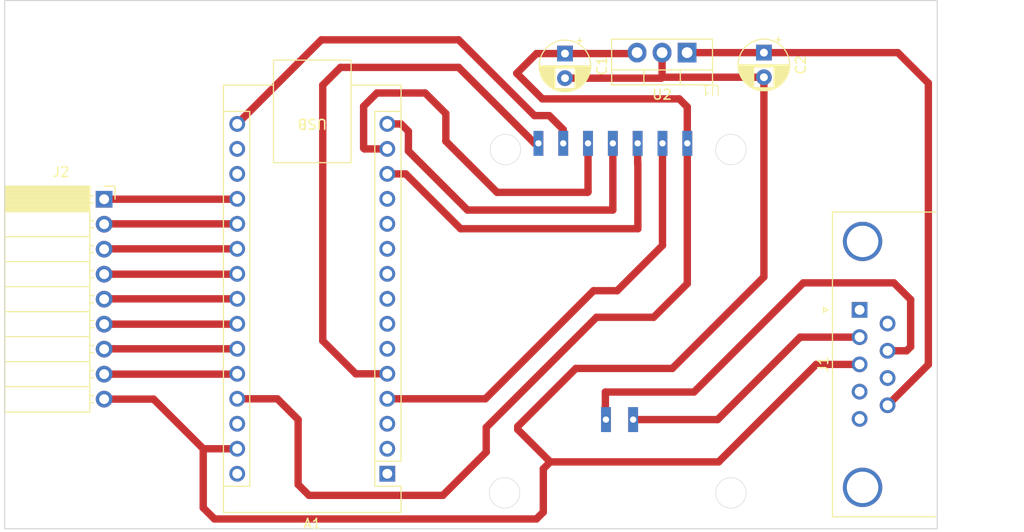
<source format=kicad_pcb>
(kicad_pcb (version 20221018) (generator pcbnew)
  (layers (0 "F.Cu" signal) (31 "B.Cu" signal) (34 "B.Paste" user) (35 "F.Paste" user) (36 "B.SilkS" user "B.Silkscreen") (37 "F.SilkS" user "F.Silkscreen") (38 "B.Mask" user) (39 "F.Mask" user) (44 "Edge.Cuts" user))
  (net 0 "")
  (net 4 "Net-(A1-D2)")
  (net 12 "Net-(A1-D10)")
  (net 13 "Net-(A1-D11)")
  (net 14 "Net-(A1-D12)")
  (net 15 "Net-(A1-D13)")
  (net 18 "Net-(A1-A0)")
  (net 19 "Net-(A1-A1)")
  (net 20 "Net-(A1-A2)")
  (net 21 "Net-(A1-A3)")
  (net 22 "Net-(A1-A4)")
  (net 23 "Net-(A1-A5)")
  (net 24 "Net-(A1-A6)")
  (net 25 "Net-(A1-A7)")
  (net 26 "Net-(A1-+5V)")
  (net 29 "Net-(U2-IN)")
  (net 31 "Net-(U1-CAN_L)")
  (net 35 "Net-(U1-CAN_H)")
  (net 37 "Net-(J2-Pin_9)")
  (net 38 "Net-(U1-GND)")
  (footprint "Package_TO_SOT_THT:TO-220-3_Vertical" (layer "F.Cu") (at 139.4 55.3 180)
    (fp_text reference "U2" (at 2.54 -4.27) (layer "F.SilkS"))
    (fp_text value "L7805")
    (fp_line (start -2.58 -3.27) (end -2.58 1.371) (stroke (width 0.12)) (layer "F.SilkS"))
    (fp_line (start -2.58 -3.27) (end 7.66 -3.27) (stroke (width 0.12)) (layer "F.SilkS"))
    (fp_line (start -2.58 -1.76) (end 7.66 -1.76) (stroke (width 0.12)) (layer "F.SilkS"))
    (fp_line (start -2.58 1.371) (end 7.66 1.371) (stroke (width 0.12)) (layer "F.SilkS"))
    (fp_line (start 0.69 -3.27) (end 0.69 -1.76) (stroke (width 0.12)) (layer "F.SilkS"))
    (fp_line (start 4.391 -3.27) (end 4.391 -1.76) (stroke (width 0.12)) (layer "F.SilkS"))
    (fp_line (start 7.66 -3.27) (end 7.66 1.371) (stroke (width 0.12)) (layer "F.SilkS"))
    (pad "1" thru_hole rect (at 0 0 180) (size 1.905 2) (drill 1.1) (layers "*.Cu" "*.Mask") (net 29 "Net-(U2-IN)"))
    (pad "2" thru_hole oval (at 2.54 0 180) (size 1.905 2) (drill 1.1) (layers "*.Cu" "*.Mask") (net 37 "Net-(J2-Pin_9)"))
    (pad "3" thru_hole oval (at 5.08 0 180) (size 1.905 2) (drill 1.1) (layers "*.Cu" "*.Mask") (net 26 "Net-(A1-+5V)"))
  )
  (footprint "Connector_Dsub:DSUB-9_Female_Horizontal_P2.77x2.84mm_EdgePinOffset4.94mm_Housed_MountingHolesOffset7.48mm" (layer "F.Cu") (at 156.919669 81.45 90)
    (fp_text reference "J1" (at -5.54 -3.7 90) (layer "F.SilkS"))
    (fp_text value "DE9_Plug")
    (fp_line (start -21.025 -2.76) (end 9.945 -2.76) (stroke (width 0.12)) (layer "F.SilkS"))
    (fp_line (start -21.025 7.72) (end -21.025 -2.76) (stroke (width 0.12)) (layer "F.SilkS"))
    (fp_line (start -0.25 -3.654338) (end 0.25 -3.654338) (stroke (width 0.12)) (layer "F.SilkS"))
    (fp_line (start 0 -3.221325) (end -0.25 -3.654338) (stroke (width 0.12)) (layer "F.SilkS"))
    (fp_line (start 0.25 -3.654338) (end 0 -3.221325) (stroke (width 0.12)) (layer "F.SilkS"))
    (fp_line (start 9.945 -2.76) (end 9.945 7.72) (stroke (width 0.12)) (layer "F.SilkS"))
    (pad "0" thru_hole circle (at -18.04 0.3 90) (size 4 4) (drill 3.2) (layers "*.Cu" "*.Mask"))
    (pad "0" thru_hole circle (at 6.96 0.3 90) (size 4 4) (drill 3.2) (layers "*.Cu" "*.Mask"))
    (pad "1" thru_hole rect (at 0 0 90) (size 1.6 1.6) (drill 1) (layers "*.Cu" "*.Mask"))
    (pad "2" thru_hole circle (at -2.77 0 90) (size 1.6 1.6) (drill 1) (layers "*.Cu" "*.Mask") (net 31 "Net-(U1-CAN_L)"))
    (pad "3" thru_hole circle (at -5.54 0 90) (size 1.6 1.6) (drill 1) (layers "*.Cu" "*.Mask") (net 37 "Net-(J2-Pin_9)"))
    (pad "4" thru_hole circle (at -8.31 0 90) (size 1.6 1.6) (drill 1) (layers "*.Cu" "*.Mask"))
    (pad "5" thru_hole circle (at -11.08 0 90) (size 1.6 1.6) (drill 1) (layers "*.Cu" "*.Mask"))
    (pad "6" thru_hole circle (at -1.385 2.84 90) (size 1.6 1.6) (drill 1) (layers "*.Cu" "*.Mask"))
    (pad "7" thru_hole circle (at -4.155 2.84 90) (size 1.6 1.6) (drill 1) (layers "*.Cu" "*.Mask") (net 35 "Net-(U1-CAN_H)"))
    (pad "8" thru_hole circle (at -6.925 2.84 90) (size 1.6 1.6) (drill 1) (layers "*.Cu" "*.Mask"))
    (pad "9" thru_hole circle (at -9.695 2.84 90) (size 1.6 1.6) (drill 1) (layers "*.Cu" "*.Mask") (net 29 "Net-(U2-IN)"))
  )
  (footprint "Connector_PinSocket_2.54mm:PinSocket_1x09_P2.54mm_Horizontal" (layer "F.Cu") (at 80.2 70.2)
    (fp_text reference "J2" (at -4.38 -2.77) (layer "F.SilkS"))
    (fp_text value "Conn_01x09")
    (fp_line (start -10.09 -1.33) (end -10.09 21.65) (stroke (width 0.12)) (layer "F.SilkS"))
    (fp_line (start -10.09 -1.33) (end -1.46 -1.33) (stroke (width 0.12)) (layer "F.SilkS"))
    (fp_line (start -10.09 -1.21) (end -1.46 -1.21) (stroke (width 0.12)) (layer "F.SilkS"))
    (fp_line (start -10.09 -1.091905) (end -1.46 -1.091905) (stroke (width 0.12)) (layer "F.SilkS"))
    (fp_line (start -10.09 -0.97381) (end -1.46 -0.97381) (stroke (width 0.12)) (layer "F.SilkS"))
    (fp_line (start -10.09 -0.855715) (end -1.46 -0.855715) (stroke (width 0.12)) (layer "F.SilkS"))
    (fp_line (start -10.09 -0.73762) (end -1.46 -0.73762) (stroke (width 0.12)) (layer "F.SilkS"))
    (fp_line (start -10.09 -0.619525) (end -1.46 -0.619525) (stroke (width 0.12)) (layer "F.SilkS"))
    (fp_line (start -10.09 -0.50143) (end -1.46 -0.50143) (stroke (width 0.12)) (layer "F.SilkS"))
    (fp_line (start -10.09 -0.383335) (end -1.46 -0.383335) (stroke (width 0.12)) (layer "F.SilkS"))
    (fp_line (start -10.09 -0.26524) (end -1.46 -0.26524) (stroke (width 0.12)) (layer "F.SilkS"))
    (fp_line (start -10.09 -0.147145) (end -1.46 -0.147145) (stroke (width 0.12)) (layer "F.SilkS"))
    (fp_line (start -10.09 -0.02905) (end -1.46 -0.02905) (stroke (width 0.12)) (layer "F.SilkS"))
    (fp_line (start -10.09 0.089045) (end -1.46 0.089045) (stroke (width 0.12)) (layer "F.SilkS"))
    (fp_line (start -10.09 0.20714) (end -1.46 0.20714) (stroke (width 0.12)) (layer "F.SilkS"))
    (fp_line (start -10.09 0.325235) (end -1.46 0.325235) (stroke (width 0.12)) (layer "F.SilkS"))
    (fp_line (start -10.09 0.44333) (end -1.46 0.44333) (stroke (width 0.12)) (layer "F.SilkS"))
    (fp_line (start -10.09 0.561425) (end -1.46 0.561425) (stroke (width 0.12)) (layer "F.SilkS"))
    (fp_line (start -10.09 0.67952) (end -1.46 0.67952) (stroke (width 0.12)) (layer "F.SilkS"))
    (fp_line (start -10.09 0.797615) (end -1.46 0.797615) (stroke (width 0.12)) (layer "F.SilkS"))
    (fp_line (start -10.09 0.91571) (end -1.46 0.91571) (stroke (width 0.12)) (layer "F.SilkS"))
    (fp_line (start -10.09 1.033805) (end -1.46 1.033805) (stroke (width 0.12)) (layer "F.SilkS"))
    (fp_line (start -10.09 1.1519) (end -1.46 1.1519) (stroke (width 0.12)) (layer "F.SilkS"))
    (fp_line (start -10.09 1.27) (end -1.46 1.27) (stroke (width 0.12)) (layer "F.SilkS"))
    (fp_line (start -10.09 3.81) (end -1.46 3.81) (stroke (width 0.12)) (layer "F.SilkS"))
    (fp_line (start -10.09 6.35) (end -1.46 6.35) (stroke (width 0.12)) (layer "F.SilkS"))
    (fp_line (start -10.09 8.89) (end -1.46 8.89) (stroke (width 0.12)) (layer "F.SilkS"))
    (fp_line (start -10.09 11.43) (end -1.46 11.43) (stroke (width 0.12)) (layer "F.SilkS"))
    (fp_line (start -10.09 13.97) (end -1.46 13.97) (stroke (width 0.12)) (layer "F.SilkS"))
    (fp_line (start -10.09 16.51) (end -1.46 16.51) (stroke (width 0.12)) (layer "F.SilkS"))
    (fp_line (start -10.09 19.05) (end -1.46 19.05) (stroke (width 0.12)) (layer "F.SilkS"))
    (fp_line (start -10.09 21.65) (end -1.46 21.65) (stroke (width 0.12)) (layer "F.SilkS"))
    (fp_line (start -1.46 -1.33) (end -1.46 21.65) (stroke (width 0.12)) (layer "F.SilkS"))
    (fp_line (start -1.46 -0.36) (end -1.11 -0.36) (stroke (width 0.12)) (layer "F.SilkS"))
    (fp_line (start -1.46 0.36) (end -1.11 0.36) (stroke (width 0.12)) (layer "F.SilkS"))
    (fp_line (start -1.46 2.18) (end -1.05 2.18) (stroke (width 0.12)) (layer "F.SilkS"))
    (fp_line (start -1.46 2.9) (end -1.05 2.9) (stroke (width 0.12)) (layer "F.SilkS"))
    (fp_line (start -1.46 4.72) (end -1.05 4.72) (stroke (width 0.12)) (layer "F.SilkS"))
    (fp_line (start -1.46 5.44) (end -1.05 5.44) (stroke (width 0.12)) (layer "F.SilkS"))
    (fp_line (start -1.46 7.26) (end -1.05 7.26) (stroke (width 0.12)) (layer "F.SilkS"))
    (fp_line (start -1.46 7.98) (end -1.05 7.98) (stroke (width 0.12)) (layer "F.SilkS"))
    (fp_line (start -1.46 9.8) (end -1.05 9.8) (stroke (width 0.12)) (layer "F.SilkS"))
    (fp_line (start -1.46 10.52) (end -1.05 10.52) (stroke (width 0.12)) (layer "F.SilkS"))
    (fp_line (start -1.46 12.34) (end -1.05 12.34) (stroke (width 0.12)) (layer "F.SilkS"))
    (fp_line (start -1.46 13.06) (end -1.05 13.06) (stroke (width 0.12)) (layer "F.SilkS"))
    (fp_line (start -1.46 14.88) (end -1.05 14.88) (stroke (width 0.12)) (layer "F.SilkS"))
    (fp_line (start -1.46 15.6) (end -1.05 15.6) (stroke (width 0.12)) (layer "F.SilkS"))
    (fp_line (start -1.46 17.42) (end -1.05 17.42) (stroke (width 0.12)) (layer "F.SilkS"))
    (fp_line (start -1.46 18.14) (end -1.05 18.14) (stroke (width 0.12)) (layer "F.SilkS"))
    (fp_line (start -1.46 19.96) (end -1.05 19.96) (stroke (width 0.12)) (layer "F.SilkS"))
    (fp_line (start -1.46 20.68) (end -1.05 20.68) (stroke (width 0.12)) (layer "F.SilkS"))
    (fp_line (start 0 -1.33) (end 1.11 -1.33) (stroke (width 0.12)) (layer "F.SilkS"))
    (fp_line (start 1.11 -1.33) (end 1.11 0) (stroke (width 0.12)) (layer "F.SilkS"))
    (pad "1" thru_hole rect (at 0 0) (size 1.7 1.7) (drill 1) (layers "*.Cu" "*.Mask") (net 18 "Net-(A1-A0)"))
    (pad "2" thru_hole oval (at 0 2.54) (size 1.7 1.7) (drill 1) (layers "*.Cu" "*.Mask") (net 19 "Net-(A1-A1)"))
    (pad "3" thru_hole oval (at 0 5.08) (size 1.7 1.7) (drill 1) (layers "*.Cu" "*.Mask") (net 20 "Net-(A1-A2)"))
    (pad "4" thru_hole oval (at 0 7.62) (size 1.7 1.7) (drill 1) (layers "*.Cu" "*.Mask") (net 21 "Net-(A1-A3)"))
    (pad "5" thru_hole oval (at 0 10.16) (size 1.7 1.7) (drill 1) (layers "*.Cu" "*.Mask") (net 22 "Net-(A1-A4)"))
    (pad "6" thru_hole oval (at 0 12.7) (size 1.7 1.7) (drill 1) (layers "*.Cu" "*.Mask") (net 23 "Net-(A1-A5)"))
    (pad "7" thru_hole oval (at 0 15.24) (size 1.7 1.7) (drill 1) (layers "*.Cu" "*.Mask") (net 24 "Net-(A1-A6)"))
    (pad "8" thru_hole oval (at 0 17.78) (size 1.7 1.7) (drill 1) (layers "*.Cu" "*.Mask") (net 25 "Net-(A1-A7)"))
    (pad "9" thru_hole oval (at 0 20.32) (size 1.7 1.7) (drill 1) (layers "*.Cu" "*.Mask") (net 37 "Net-(J2-Pin_9)"))
  )
  (footprint "Capacitor_THT:CP_Radial_D5.0mm_P2.50mm" (layer "F.Cu") (at 127 55.394888 -90)
    (fp_text reference "C1" (at 1.25 -3.75 90) (layer "F.SilkS"))
    (fp_text value ".1uf")
    (fp_line (start -1.554775 -1.475) (end -1.054775 -1.475) (stroke (width 0.12)) (layer "F.SilkS"))
    (fp_line (start -1.304775 -1.725) (end -1.304775 -1.225) (stroke (width 0.12)) (layer "F.SilkS"))
    (fp_line (start 1.25 -2.58) (end 1.25 2.58) (stroke (width 0.12)) (layer "F.SilkS"))
    (fp_line (start 1.29 -2.58) (end 1.29 2.58) (stroke (width 0.12)) (layer "F.SilkS"))
    (fp_line (start 1.33 -2.579) (end 1.33 2.579) (stroke (width 0.12)) (layer "F.SilkS"))
    (fp_line (start 1.37 -2.578) (end 1.37 2.578) (stroke (width 0.12)) (layer "F.SilkS"))
    (fp_line (start 1.41 -2.576) (end 1.41 2.576) (stroke (width 0.12)) (layer "F.SilkS"))
    (fp_line (start 1.45 -2.573) (end 1.45 2.573) (stroke (width 0.12)) (layer "F.SilkS"))
    (fp_line (start 1.49 -2.569) (end 1.49 -1.04) (stroke (width 0.12)) (layer "F.SilkS"))
    (fp_line (start 1.49 1.04) (end 1.49 2.569) (stroke (width 0.12)) (layer "F.SilkS"))
    (fp_line (start 1.53 -2.565) (end 1.53 -1.04) (stroke (width 0.12)) (layer "F.SilkS"))
    (fp_line (start 1.53 1.04) (end 1.53 2.565) (stroke (width 0.12)) (layer "F.SilkS"))
    (fp_line (start 1.57 -2.561) (end 1.57 -1.04) (stroke (width 0.12)) (layer "F.SilkS"))
    (fp_line (start 1.57 1.04) (end 1.57 2.561) (stroke (width 0.12)) (layer "F.SilkS"))
    (fp_line (start 1.61 -2.556) (end 1.61 -1.04) (stroke (width 0.12)) (layer "F.SilkS"))
    (fp_line (start 1.61 1.04) (end 1.61 2.556) (stroke (width 0.12)) (layer "F.SilkS"))
    (fp_line (start 1.65 -2.55) (end 1.65 -1.04) (stroke (width 0.12)) (layer "F.SilkS"))
    (fp_line (start 1.65 1.04) (end 1.65 2.55) (stroke (width 0.12)) (layer "F.SilkS"))
    (fp_line (start 1.69 -2.543) (end 1.69 -1.04) (stroke (width 0.12)) (layer "F.SilkS"))
    (fp_line (start 1.69 1.04) (end 1.69 2.543) (stroke (width 0.12)) (layer "F.SilkS"))
    (fp_line (start 1.73 -2.536) (end 1.73 -1.04) (stroke (width 0.12)) (layer "F.SilkS"))
    (fp_line (start 1.73 1.04) (end 1.73 2.536) (stroke (width 0.12)) (layer "F.SilkS"))
    (fp_line (start 1.77 -2.528) (end 1.77 -1.04) (stroke (width 0.12)) (layer "F.SilkS"))
    (fp_line (start 1.77 1.04) (end 1.77 2.528) (stroke (width 0.12)) (layer "F.SilkS"))
    (fp_line (start 1.81 -2.52) (end 1.81 -1.04) (stroke (width 0.12)) (layer "F.SilkS"))
    (fp_line (start 1.81 1.04) (end 1.81 2.52) (stroke (width 0.12)) (layer "F.SilkS"))
    (fp_line (start 1.85 -2.511) (end 1.85 -1.04) (stroke (width 0.12)) (layer "F.SilkS"))
    (fp_line (start 1.85 1.04) (end 1.85 2.511) (stroke (width 0.12)) (layer "F.SilkS"))
    (fp_line (start 1.89 -2.501) (end 1.89 -1.04) (stroke (width 0.12)) (layer "F.SilkS"))
    (fp_line (start 1.89 1.04) (end 1.89 2.501) (stroke (width 0.12)) (layer "F.SilkS"))
    (fp_line (start 1.93 -2.491) (end 1.93 -1.04) (stroke (width 0.12)) (layer "F.SilkS"))
    (fp_line (start 1.93 1.04) (end 1.93 2.491) (stroke (width 0.12)) (layer "F.SilkS"))
    (fp_line (start 1.971 -2.48) (end 1.971 -1.04) (stroke (width 0.12)) (layer "F.SilkS"))
    (fp_line (start 1.971 1.04) (end 1.971 2.48) (stroke (width 0.12)) (layer "F.SilkS"))
    (fp_line (start 2.011 -2.468) (end 2.011 -1.04) (stroke (width 0.12)) (layer "F.SilkS"))
    (fp_line (start 2.011 1.04) (end 2.011 2.468) (stroke (width 0.12)) (layer "F.SilkS"))
    (fp_line (start 2.051 -2.455) (end 2.051 -1.04) (stroke (width 0.12)) (layer "F.SilkS"))
    (fp_line (start 2.051 1.04) (end 2.051 2.455) (stroke (width 0.12)) (layer "F.SilkS"))
    (fp_line (start 2.091 -2.442) (end 2.091 -1.04) (stroke (width 0.12)) (layer "F.SilkS"))
    (fp_line (start 2.091 1.04) (end 2.091 2.442) (stroke (width 0.12)) (layer "F.SilkS"))
    (fp_line (start 2.131 -2.428) (end 2.131 -1.04) (stroke (width 0.12)) (layer "F.SilkS"))
    (fp_line (start 2.131 1.04) (end 2.131 2.428) (stroke (width 0.12)) (layer "F.SilkS"))
    (fp_line (start 2.171 -2.414) (end 2.171 -1.04) (stroke (width 0.12)) (layer "F.SilkS"))
    (fp_line (start 2.171 1.04) (end 2.171 2.414) (stroke (width 0.12)) (layer "F.SilkS"))
    (fp_line (start 2.211 -2.398) (end 2.211 -1.04) (stroke (width 0.12)) (layer "F.SilkS"))
    (fp_line (start 2.211 1.04) (end 2.211 2.398) (stroke (width 0.12)) (layer "F.SilkS"))
    (fp_line (start 2.251 -2.382) (end 2.251 -1.04) (stroke (width 0.12)) (layer "F.SilkS"))
    (fp_line (start 2.251 1.04) (end 2.251 2.382) (stroke (width 0.12)) (layer "F.SilkS"))
    (fp_line (start 2.291 -2.365) (end 2.291 -1.04) (stroke (width 0.12)) (layer "F.SilkS"))
    (fp_line (start 2.291 1.04) (end 2.291 2.365) (stroke (width 0.12)) (layer "F.SilkS"))
    (fp_line (start 2.331 -2.348) (end 2.331 -1.04) (stroke (width 0.12)) (layer "F.SilkS"))
    (fp_line (start 2.331 1.04) (end 2.331 2.348) (stroke (width 0.12)) (layer "F.SilkS"))
    (fp_line (start 2.371 -2.329) (end 2.371 -1.04) (stroke (width 0.12)) (layer "F.SilkS"))
    (fp_line (start 2.371 1.04) (end 2.371 2.329) (stroke (width 0.12)) (layer "F.SilkS"))
    (fp_line (start 2.411 -2.31) (end 2.411 -1.04) (stroke (width 0.12)) (layer "F.SilkS"))
    (fp_line (start 2.411 1.04) (end 2.411 2.31) (stroke (width 0.12)) (layer "F.SilkS"))
    (fp_line (start 2.451 -2.29) (end 2.451 -1.04) (stroke (width 0.12)) (layer "F.SilkS"))
    (fp_line (start 2.451 1.04) (end 2.451 2.29) (stroke (width 0.12)) (layer "F.SilkS"))
    (fp_line (start 2.491 -2.268) (end 2.491 -1.04) (stroke (width 0.12)) (layer "F.SilkS"))
    (fp_line (start 2.491 1.04) (end 2.491 2.268) (stroke (width 0.12)) (layer "F.SilkS"))
    (fp_line (start 2.531 -2.247) (end 2.531 -1.04) (stroke (width 0.12)) (layer "F.SilkS"))
    (fp_line (start 2.531 1.04) (end 2.531 2.247) (stroke (width 0.12)) (layer "F.SilkS"))
    (fp_line (start 2.571 -2.224) (end 2.571 -1.04) (stroke (width 0.12)) (layer "F.SilkS"))
    (fp_line (start 2.571 1.04) (end 2.571 2.224) (stroke (width 0.12)) (layer "F.SilkS"))
    (fp_line (start 2.611 -2.2) (end 2.611 -1.04) (stroke (width 0.12)) (layer "F.SilkS"))
    (fp_line (start 2.611 1.04) (end 2.611 2.2) (stroke (width 0.12)) (layer "F.SilkS"))
    (fp_line (start 2.651 -2.175) (end 2.651 -1.04) (stroke (width 0.12)) (layer "F.SilkS"))
    (fp_line (start 2.651 1.04) (end 2.651 2.175) (stroke (width 0.12)) (layer "F.SilkS"))
    (fp_line (start 2.691 -2.149) (end 2.691 -1.04) (stroke (width 0.12)) (layer "F.SilkS"))
    (fp_line (start 2.691 1.04) (end 2.691 2.149) (stroke (width 0.12)) (layer "F.SilkS"))
    (fp_line (start 2.731 -2.122) (end 2.731 -1.04) (stroke (width 0.12)) (layer "F.SilkS"))
    (fp_line (start 2.731 1.04) (end 2.731 2.122) (stroke (width 0.12)) (layer "F.SilkS"))
    (fp_line (start 2.771 -2.095) (end 2.771 -1.04) (stroke (width 0.12)) (layer "F.SilkS"))
    (fp_line (start 2.771 1.04) (end 2.771 2.095) (stroke (width 0.12)) (layer "F.SilkS"))
    (fp_line (start 2.811 -2.065) (end 2.811 -1.04) (stroke (width 0.12)) (layer "F.SilkS"))
    (fp_line (start 2.811 1.04) (end 2.811 2.065) (stroke (width 0.12)) (layer "F.SilkS"))
    (fp_line (start 2.851 -2.035) (end 2.851 -1.04) (stroke (width 0.12)) (layer "F.SilkS"))
    (fp_line (start 2.851 1.04) (end 2.851 2.035) (stroke (width 0.12)) (layer "F.SilkS"))
    (fp_line (start 2.891 -2.004) (end 2.891 -1.04) (stroke (width 0.12)) (layer "F.SilkS"))
    (fp_line (start 2.891 1.04) (end 2.891 2.004) (stroke (width 0.12)) (layer "F.SilkS"))
    (fp_line (start 2.931 -1.971) (end 2.931 -1.04) (stroke (width 0.12)) (layer "F.SilkS"))
    (fp_line (start 2.931 1.04) (end 2.931 1.971) (stroke (width 0.12)) (layer "F.SilkS"))
    (fp_line (start 2.971 -1.937) (end 2.971 -1.04) (stroke (width 0.12)) (layer "F.SilkS"))
    (fp_line (start 2.971 1.04) (end 2.971 1.937) (stroke (width 0.12)) (layer "F.SilkS"))
    (fp_line (start 3.011 -1.901) (end 3.011 -1.04) (stroke (width 0.12)) (layer "F.SilkS"))
    (fp_line (start 3.011 1.04) (end 3.011 1.901) (stroke (width 0.12)) (layer "F.SilkS"))
    (fp_line (start 3.051 -1.864) (end 3.051 -1.04) (stroke (width 0.12)) (layer "F.SilkS"))
    (fp_line (start 3.051 1.04) (end 3.051 1.864) (stroke (width 0.12)) (layer "F.SilkS"))
    (fp_line (start 3.091 -1.826) (end 3.091 -1.04) (stroke (width 0.12)) (layer "F.SilkS"))
    (fp_line (start 3.091 1.04) (end 3.091 1.826) (stroke (width 0.12)) (layer "F.SilkS"))
    (fp_line (start 3.131 -1.785) (end 3.131 -1.04) (stroke (width 0.12)) (layer "F.SilkS"))
    (fp_line (start 3.131 1.04) (end 3.131 1.785) (stroke (width 0.12)) (layer "F.SilkS"))
    (fp_line (start 3.171 -1.743) (end 3.171 -1.04) (stroke (width 0.12)) (layer "F.SilkS"))
    (fp_line (start 3.171 1.04) (end 3.171 1.743) (stroke (width 0.12)) (layer "F.SilkS"))
    (fp_line (start 3.211 -1.699) (end 3.211 -1.04) (stroke (width 0.12)) (layer "F.SilkS"))
    (fp_line (start 3.211 1.04) (end 3.211 1.699) (stroke (width 0.12)) (layer "F.SilkS"))
    (fp_line (start 3.251 -1.653) (end 3.251 -1.04) (stroke (width 0.12)) (layer "F.SilkS"))
    (fp_line (start 3.251 1.04) (end 3.251 1.653) (stroke (width 0.12)) (layer "F.SilkS"))
    (fp_line (start 3.291 -1.605) (end 3.291 -1.04) (stroke (width 0.12)) (layer "F.SilkS"))
    (fp_line (start 3.291 1.04) (end 3.291 1.605) (stroke (width 0.12)) (layer "F.SilkS"))
    (fp_line (start 3.331 -1.554) (end 3.331 -1.04) (stroke (width 0.12)) (layer "F.SilkS"))
    (fp_line (start 3.331 1.04) (end 3.331 1.554) (stroke (width 0.12)) (layer "F.SilkS"))
    (fp_line (start 3.371 -1.5) (end 3.371 -1.04) (stroke (width 0.12)) (layer "F.SilkS"))
    (fp_line (start 3.371 1.04) (end 3.371 1.5) (stroke (width 0.12)) (layer "F.SilkS"))
    (fp_line (start 3.411 -1.443) (end 3.411 -1.04) (stroke (width 0.12)) (layer "F.SilkS"))
    (fp_line (start 3.411 1.04) (end 3.411 1.443) (stroke (width 0.12)) (layer "F.SilkS"))
    (fp_line (start 3.451 -1.383) (end 3.451 -1.04) (stroke (width 0.12)) (layer "F.SilkS"))
    (fp_line (start 3.451 1.04) (end 3.451 1.383) (stroke (width 0.12)) (layer "F.SilkS"))
    (fp_line (start 3.491 -1.319) (end 3.491 -1.04) (stroke (width 0.12)) (layer "F.SilkS"))
    (fp_line (start 3.491 1.04) (end 3.491 1.319) (stroke (width 0.12)) (layer "F.SilkS"))
    (fp_line (start 3.531 -1.251) (end 3.531 -1.04) (stroke (width 0.12)) (layer "F.SilkS"))
    (fp_line (start 3.531 1.04) (end 3.531 1.251) (stroke (width 0.12)) (layer "F.SilkS"))
    (fp_line (start 3.571 -1.178) (end 3.571 1.178) (stroke (width 0.12)) (layer "F.SilkS"))
    (fp_line (start 3.611 -1.098) (end 3.611 1.098) (stroke (width 0.12)) (layer "F.SilkS"))
    (fp_line (start 3.651 -1.011) (end 3.651 1.011) (stroke (width 0.12)) (layer "F.SilkS"))
    (fp_line (start 3.691 -0.915) (end 3.691 0.915) (stroke (width 0.12)) (layer "F.SilkS"))
    (fp_line (start 3.731 -0.805) (end 3.731 0.805) (stroke (width 0.12)) (layer "F.SilkS"))
    (fp_line (start 3.771 -0.677) (end 3.771 0.677) (stroke (width 0.12)) (layer "F.SilkS"))
    (fp_line (start 3.811 -0.518) (end 3.811 0.518) (stroke (width 0.12)) (layer "F.SilkS"))
    (fp_line (start 3.851 -0.284) (end 3.851 0.284) (stroke (width 0.12)) (layer "F.SilkS"))
    (fp_circle (center 1.25 0) (end 3.87 0) (stroke (width 0.12)) (fill none) (layer "F.SilkS"))
    (pad "1" thru_hole rect (at 0 0 270) (size 1.6 1.6) (drill 0.8) (layers "*.Cu" "*.Mask") (net 26 "Net-(A1-+5V)"))
    (pad "2" thru_hole circle (at 2.5 0 270) (size 1.6 1.6) (drill 0.8) (layers "*.Cu" "*.Mask") (net 37 "Net-(J2-Pin_9)"))
  )
  (footprint "Custom:MCP2515_MODULE" (layer "F.Cu") (at 118.3 62.6 180)
    (fp_text reference "U1" (at -23.5 3.5 180 unlocked) (layer "F.SilkS") (effects (font (thickness 0.1))))
    (fp_text value "~")
    (fp_circle (center -25.55 -37.45) (end -24 -37.45) (stroke (width 0.05)) (fill none) (layer "Edge.Cuts"))
    (fp_circle (center -25.55 -2.55) (end -24 -2.55) (stroke (width 0.05)) (fill none) (layer "Edge.Cuts"))
    (fp_circle (center -2.65 -2.55) (end -1.1 -2.55) (stroke (width 0.05)) (fill none) (layer "Edge.Cuts"))
    (fp_circle (center -2.56 -37.45) (end -1.01 -37.45) (stroke (width 0.05)) (fill none) (layer "Edge.Cuts"))
    (pad "1" thru_hole rect (at -21.12 -1.92 180) (size 1 2.54) (drill 0.64) (layers "*.Cu" "*.Mask") (net 26 "Net-(A1-+5V)"))
    (pad "2" thru_hole rect (at -18.6 -1.92 180) (size 1 2.54) (drill 0.64) (layers "*.Cu" "*.Mask") (net 38 "Net-(U1-GND)"))
    (pad "3" thru_hole rect (at -16.08 -1.92 180) (size 1 2.54) (drill 0.64) (layers "*.Cu" "*.Mask") (net 12 "Net-(A1-D10)"))
    (pad "4" thru_hole rect (at -13.56 -1.92 180) (size 1 2.54) (drill 0.64) (layers "*.Cu" "*.Mask") (net 14 "Net-(A1-D12)"))
    (pad "5" thru_hole rect (at -11.04 -1.92 180) (size 1 2.54) (drill 0.64) (layers "*.Cu" "*.Mask") (net 13 "Net-(A1-D11)"))
    (pad "6" thru_hole rect (at -8.52 -1.92 180) (size 1 2.54) (drill 0.64) (layers "*.Cu" "*.Mask") (net 15 "Net-(A1-D13)"))
    (pad "7" thru_hole rect (at -6 -1.92 180) (size 1 2.54) (drill 0.64) (layers "*.Cu" "*.Mask") (net 4 "Net-(A1-D2)"))
    (pad "8" thru_hole rect (at -12.86 -30 180) (size 1 2.54) (drill 0.64) (layers "*.Cu" "*.Mask") (net 35 "Net-(U1-CAN_H)"))
    (pad "9" thru_hole rect (at -15.62 -30 180) (size 1 2.54) (drill 0.64) (layers "*.Cu" "*.Mask") (net 31 "Net-(U1-CAN_L)"))
  )
  (footprint "Module:Arduino_Nano" (layer "F.Cu") (at 108.955 98.105 180)
    (fp_text reference "A1" (at 7.62 -5.08) (layer "F.SilkS"))
    (fp_text value "Arduino_Nano_v3.x")
    (fp_text user "USB" (at 7.62 35.56 180 unlocked) (layer "F.SilkS"))
    (fp_line (start -1.4 -3.94) (end -1.4 -1.27) (stroke (width 0.12)) (layer "F.SilkS"))
    (fp_line (start -1.4 1.27) (end -1.4 39.5) (stroke (width 0.12)) (layer "F.SilkS"))
    (fp_line (start -1.4 39.5) (end 3.68 39.5) (stroke (width 0.12)) (layer "F.SilkS"))
    (fp_line (start 1.27 -1.27) (end -1.4 -1.27) (stroke (width 0.12)) (layer "F.SilkS"))
    (fp_line (start 1.27 1.27) (end -1.4 1.27) (stroke (width 0.12)) (layer "F.SilkS"))
    (fp_line (start 1.27 1.27) (end 1.27 -1.27) (stroke (width 0.12)) (layer "F.SilkS"))
    (fp_line (start 1.27 1.27) (end 1.27 36.83) (stroke (width 0.12)) (layer "F.SilkS"))
    (fp_line (start 1.27 36.83) (end -1.4 36.83) (stroke (width 0.12)) (layer "F.SilkS"))
    (fp_line (start 3.68 31.62) (end 11.56 31.62) (stroke (width 0.12)) (layer "F.SilkS"))
    (fp_line (start 3.68 42.04) (end 3.68 31.62) (stroke (width 0.12)) (layer "F.SilkS"))
    (fp_line (start 11.56 31.62) (end 11.56 42.04) (stroke (width 0.12)) (layer "F.SilkS"))
    (fp_line (start 11.56 42.04) (end 3.68 42.04) (stroke (width 0.12)) (layer "F.SilkS"))
    (fp_line (start 13.97 -1.27) (end 13.97 36.83) (stroke (width 0.12)) (layer "F.SilkS"))
    (fp_line (start 13.97 -1.27) (end 16.64 -1.27) (stroke (width 0.12)) (layer "F.SilkS"))
    (fp_line (start 13.97 36.83) (end 16.64 36.83) (stroke (width 0.12)) (layer "F.SilkS"))
    (fp_line (start 16.64 -3.94) (end -1.4 -3.94) (stroke (width 0.12)) (layer "F.SilkS"))
    (fp_line (start 16.64 39.5) (end 11.56 39.5) (stroke (width 0.12)) (layer "F.SilkS"))
    (fp_line (start 16.64 39.5) (end 16.64 -3.94) (stroke (width 0.12)) (layer "F.SilkS"))
    (pad "1" thru_hole rect (at 0 0 180) (size 1.6 1.6) (drill 1) (layers "*.Cu" "*.Mask"))
    (pad "2" thru_hole oval (at 0 2.54 180) (size 1.6 1.6) (drill 1) (layers "*.Cu" "*.Mask"))
    (pad "3" thru_hole oval (at 0 5.08 180) (size 1.6 1.6) (drill 1) (layers "*.Cu" "*.Mask"))
    (pad "4" thru_hole oval (at 0 7.62 180) (size 1.6 1.6) (drill 1) (layers "*.Cu" "*.Mask") (net 38 "Net-(U1-GND)"))
    (pad "5" thru_hole oval (at 0 10.16 180) (size 1.6 1.6) (drill 1) (layers "*.Cu" "*.Mask") (net 4 "Net-(A1-D2)"))
    (pad "6" thru_hole oval (at 0 12.7 180) (size 1.6 1.6) (drill 1) (layers "*.Cu" "*.Mask"))
    (pad "7" thru_hole oval (at 0 15.24 180) (size 1.6 1.6) (drill 1) (layers "*.Cu" "*.Mask"))
    (pad "8" thru_hole oval (at 0 17.78 180) (size 1.6 1.6) (drill 1) (layers "*.Cu" "*.Mask"))
    (pad "9" thru_hole oval (at 0 20.32 180) (size 1.6 1.6) (drill 1) (layers "*.Cu" "*.Mask"))
    (pad "10" thru_hole oval (at 0 22.86 180) (size 1.6 1.6) (drill 1) (layers "*.Cu" "*.Mask"))
    (pad "11" thru_hole oval (at 0 25.4 180) (size 1.6 1.6) (drill 1) (layers "*.Cu" "*.Mask"))
    (pad "12" thru_hole oval (at 0 27.94 180) (size 1.6 1.6) (drill 1) (layers "*.Cu" "*.Mask"))
    (pad "13" thru_hole oval (at 0 30.48 180) (size 1.6 1.6) (drill 1) (layers "*.Cu" "*.Mask") (net 12 "Net-(A1-D10)"))
    (pad "14" thru_hole oval (at 0 33.02 180) (size 1.6 1.6) (drill 1) (layers "*.Cu" "*.Mask") (net 13 "Net-(A1-D11)"))
    (pad "15" thru_hole oval (at 0 35.56 180) (size 1.6 1.6) (drill 1) (layers "*.Cu" "*.Mask") (net 14 "Net-(A1-D12)"))
    (pad "16" thru_hole oval (at 15.24 35.56 180) (size 1.6 1.6) (drill 1) (layers "*.Cu" "*.Mask") (net 15 "Net-(A1-D13)"))
    (pad "17" thru_hole oval (at 15.24 33.02 180) (size 1.6 1.6) (drill 1) (layers "*.Cu" "*.Mask"))
    (pad "18" thru_hole oval (at 15.24 30.48 180) (size 1.6 1.6) (drill 1) (layers "*.Cu" "*.Mask"))
    (pad "19" thru_hole oval (at 15.24 27.94 180) (size 1.6 1.6) (drill 1) (layers "*.Cu" "*.Mask") (net 18 "Net-(A1-A0)"))
    (pad "20" thru_hole oval (at 15.24 25.4 180) (size 1.6 1.6) (drill 1) (layers "*.Cu" "*.Mask") (net 19 "Net-(A1-A1)"))
    (pad "21" thru_hole oval (at 15.24 22.86 180) (size 1.6 1.6) (drill 1) (layers "*.Cu" "*.Mask") (net 20 "Net-(A1-A2)"))
    (pad "22" thru_hole oval (at 15.24 20.32 180) (size 1.6 1.6) (drill 1) (layers "*.Cu" "*.Mask") (net 21 "Net-(A1-A3)"))
    (pad "23" thru_hole oval (at 15.24 17.78 180) (size 1.6 1.6) (drill 1) (layers "*.Cu" "*.Mask") (net 22 "Net-(A1-A4)"))
    (pad "24" thru_hole oval (at 15.24 15.24 180) (size 1.6 1.6) (drill 1) (layers "*.Cu" "*.Mask") (net 23 "Net-(A1-A5)"))
    (pad "25" thru_hole oval (at 15.24 12.7 180) (size 1.6 1.6) (drill 1) (layers "*.Cu" "*.Mask") (net 24 "Net-(A1-A6)"))
    (pad "26" thru_hole oval (at 15.24 10.16 180) (size 1.6 1.6) (drill 1) (layers "*.Cu" "*.Mask") (net 25 "Net-(A1-A7)"))
    (pad "27" thru_hole oval (at 15.24 7.62 180) (size 1.6 1.6) (drill 1) (layers "*.Cu" "*.Mask") (net 26 "Net-(A1-+5V)"))
    (pad "28" thru_hole oval (at 15.24 5.08 180) (size 1.6 1.6) (drill 1) (layers "*.Cu" "*.Mask"))
    (pad "29" thru_hole oval (at 15.24 2.54 180) (size 1.6 1.6) (drill 1) (layers "*.Cu" "*.Mask") (net 37 "Net-(J2-Pin_9)"))
    (pad "30" thru_hole oval (at 15.24 0 180) (size 1.6 1.6) (drill 1) (layers "*.Cu" "*.Mask"))
  )
  (footprint "Capacitor_THT:CP_Radial_D5.0mm_P2.50mm" (layer "F.Cu") (at 147.2 55.3 -90)
    (fp_text reference "C2" (at 1.25 -3.75 90) (layer "F.SilkS"))
    (fp_text value ".47uf")
    (fp_line (start -1.554775 -1.475) (end -1.054775 -1.475) (stroke (width 0.12)) (layer "F.SilkS"))
    (fp_line (start -1.304775 -1.725) (end -1.304775 -1.225) (stroke (width 0.12)) (layer "F.SilkS"))
    (fp_line (start 1.25 -2.58) (end 1.25 2.58) (stroke (width 0.12)) (layer "F.SilkS"))
    (fp_line (start 1.29 -2.58) (end 1.29 2.58) (stroke (width 0.12)) (layer "F.SilkS"))
    (fp_line (start 1.33 -2.579) (end 1.33 2.579) (stroke (width 0.12)) (layer "F.SilkS"))
    (fp_line (start 1.37 -2.578) (end 1.37 2.578) (stroke (width 0.12)) (layer "F.SilkS"))
    (fp_line (start 1.41 -2.576) (end 1.41 2.576) (stroke (width 0.12)) (layer "F.SilkS"))
    (fp_line (start 1.45 -2.573) (end 1.45 2.573) (stroke (width 0.12)) (layer "F.SilkS"))
    (fp_line (start 1.49 -2.569) (end 1.49 -1.04) (stroke (width 0.12)) (layer "F.SilkS"))
    (fp_line (start 1.49 1.04) (end 1.49 2.569) (stroke (width 0.12)) (layer "F.SilkS"))
    (fp_line (start 1.53 -2.565) (end 1.53 -1.04) (stroke (width 0.12)) (layer "F.SilkS"))
    (fp_line (start 1.53 1.04) (end 1.53 2.565) (stroke (width 0.12)) (layer "F.SilkS"))
    (fp_line (start 1.57 -2.561) (end 1.57 -1.04) (stroke (width 0.12)) (layer "F.SilkS"))
    (fp_line (start 1.57 1.04) (end 1.57 2.561) (stroke (width 0.12)) (layer "F.SilkS"))
    (fp_line (start 1.61 -2.556) (end 1.61 -1.04) (stroke (width 0.12)) (layer "F.SilkS"))
    (fp_line (start 1.61 1.04) (end 1.61 2.556) (stroke (width 0.12)) (layer "F.SilkS"))
    (fp_line (start 1.65 -2.55) (end 1.65 -1.04) (stroke (width 0.12)) (layer "F.SilkS"))
    (fp_line (start 1.65 1.04) (end 1.65 2.55) (stroke (width 0.12)) (layer "F.SilkS"))
    (fp_line (start 1.69 -2.543) (end 1.69 -1.04) (stroke (width 0.12)) (layer "F.SilkS"))
    (fp_line (start 1.69 1.04) (end 1.69 2.543) (stroke (width 0.12)) (layer "F.SilkS"))
    (fp_line (start 1.73 -2.536) (end 1.73 -1.04) (stroke (width 0.12)) (layer "F.SilkS"))
    (fp_line (start 1.73 1.04) (end 1.73 2.536) (stroke (width 0.12)) (layer "F.SilkS"))
    (fp_line (start 1.77 -2.528) (end 1.77 -1.04) (stroke (width 0.12)) (layer "F.SilkS"))
    (fp_line (start 1.77 1.04) (end 1.77 2.528) (stroke (width 0.12)) (layer "F.SilkS"))
    (fp_line (start 1.81 -2.52) (end 1.81 -1.04) (stroke (width 0.12)) (layer "F.SilkS"))
    (fp_line (start 1.81 1.04) (end 1.81 2.52) (stroke (width 0.12)) (layer "F.SilkS"))
    (fp_line (start 1.85 -2.511) (end 1.85 -1.04) (stroke (width 0.12)) (layer "F.SilkS"))
    (fp_line (start 1.85 1.04) (end 1.85 2.511) (stroke (width 0.12)) (layer "F.SilkS"))
    (fp_line (start 1.89 -2.501) (end 1.89 -1.04) (stroke (width 0.12)) (layer "F.SilkS"))
    (fp_line (start 1.89 1.04) (end 1.89 2.501) (stroke (width 0.12)) (layer "F.SilkS"))
    (fp_line (start 1.93 -2.491) (end 1.93 -1.04) (stroke (width 0.12)) (layer "F.SilkS"))
    (fp_line (start 1.93 1.04) (end 1.93 2.491) (stroke (width 0.12)) (layer "F.SilkS"))
    (fp_line (start 1.971 -2.48) (end 1.971 -1.04) (stroke (width 0.12)) (layer "F.SilkS"))
    (fp_line (start 1.971 1.04) (end 1.971 2.48) (stroke (width 0.12)) (layer "F.SilkS"))
    (fp_line (start 2.011 -2.468) (end 2.011 -1.04) (stroke (width 0.12)) (layer "F.SilkS"))
    (fp_line (start 2.011 1.04) (end 2.011 2.468) (stroke (width 0.12)) (layer "F.SilkS"))
    (fp_line (start 2.051 -2.455) (end 2.051 -1.04) (stroke (width 0.12)) (layer "F.SilkS"))
    (fp_line (start 2.051 1.04) (end 2.051 2.455) (stroke (width 0.12)) (layer "F.SilkS"))
    (fp_line (start 2.091 -2.442) (end 2.091 -1.04) (stroke (width 0.12)) (layer "F.SilkS"))
    (fp_line (start 2.091 1.04) (end 2.091 2.442) (stroke (width 0.12)) (layer "F.SilkS"))
    (fp_line (start 2.131 -2.428) (end 2.131 -1.04) (stroke (width 0.12)) (layer "F.SilkS"))
    (fp_line (start 2.131 1.04) (end 2.131 2.428) (stroke (width 0.12)) (layer "F.SilkS"))
    (fp_line (start 2.171 -2.414) (end 2.171 -1.04) (stroke (width 0.12)) (layer "F.SilkS"))
    (fp_line (start 2.171 1.04) (end 2.171 2.414) (stroke (width 0.12)) (layer "F.SilkS"))
    (fp_line (start 2.211 -2.398) (end 2.211 -1.04) (stroke (width 0.12)) (layer "F.SilkS"))
    (fp_line (start 2.211 1.04) (end 2.211 2.398) (stroke (width 0.12)) (layer "F.SilkS"))
    (fp_line (start 2.251 -2.382) (end 2.251 -1.04) (stroke (width 0.12)) (layer "F.SilkS"))
    (fp_line (start 2.251 1.04) (end 2.251 2.382) (stroke (width 0.12)) (layer "F.SilkS"))
    (fp_line (start 2.291 -2.365) (end 2.291 -1.04) (stroke (width 0.12)) (layer "F.SilkS"))
    (fp_line (start 2.291 1.04) (end 2.291 2.365) (stroke (width 0.12)) (layer "F.SilkS"))
    (fp_line (start 2.331 -2.348) (end 2.331 -1.04) (stroke (width 0.12)) (layer "F.SilkS"))
    (fp_line (start 2.331 1.04) (end 2.331 2.348) (stroke (width 0.12)) (layer "F.SilkS"))
    (fp_line (start 2.371 -2.329) (end 2.371 -1.04) (stroke (width 0.12)) (layer "F.SilkS"))
    (fp_line (start 2.371 1.04) (end 2.371 2.329) (stroke (width 0.12)) (layer "F.SilkS"))
    (fp_line (start 2.411 -2.31) (end 2.411 -1.04) (stroke (width 0.12)) (layer "F.SilkS"))
    (fp_line (start 2.411 1.04) (end 2.411 2.31) (stroke (width 0.12)) (layer "F.SilkS"))
    (fp_line (start 2.451 -2.29) (end 2.451 -1.04) (stroke (width 0.12)) (layer "F.SilkS"))
    (fp_line (start 2.451 1.04) (end 2.451 2.29) (stroke (width 0.12)) (layer "F.SilkS"))
    (fp_line (start 2.491 -2.268) (end 2.491 -1.04) (stroke (width 0.12)) (layer "F.SilkS"))
    (fp_line (start 2.491 1.04) (end 2.491 2.268) (stroke (width 0.12)) (layer "F.SilkS"))
    (fp_line (start 2.531 -2.247) (end 2.531 -1.04) (stroke (width 0.12)) (layer "F.SilkS"))
    (fp_line (start 2.531 1.04) (end 2.531 2.247) (stroke (width 0.12)) (layer "F.SilkS"))
    (fp_line (start 2.571 -2.224) (end 2.571 -1.04) (stroke (width 0.12)) (layer "F.SilkS"))
    (fp_line (start 2.571 1.04) (end 2.571 2.224) (stroke (width 0.12)) (layer "F.SilkS"))
    (fp_line (start 2.611 -2.2) (end 2.611 -1.04) (stroke (width 0.12)) (layer "F.SilkS"))
    (fp_line (start 2.611 1.04) (end 2.611 2.2) (stroke (width 0.12)) (layer "F.SilkS"))
    (fp_line (start 2.651 -2.175) (end 2.651 -1.04) (stroke (width 0.12)) (layer "F.SilkS"))
    (fp_line (start 2.651 1.04) (end 2.651 2.175) (stroke (width 0.12)) (layer "F.SilkS"))
    (fp_line (start 2.691 -2.149) (end 2.691 -1.04) (stroke (width 0.12)) (layer "F.SilkS"))
    (fp_line (start 2.691 1.04) (end 2.691 2.149) (stroke (width 0.12)) (layer "F.SilkS"))
    (fp_line (start 2.731 -2.122) (end 2.731 -1.04) (stroke (width 0.12)) (layer "F.SilkS"))
    (fp_line (start 2.731 1.04) (end 2.731 2.122) (stroke (width 0.12)) (layer "F.SilkS"))
    (fp_line (start 2.771 -2.095) (end 2.771 -1.04) (stroke (width 0.12)) (layer "F.SilkS"))
    (fp_line (start 2.771 1.04) (end 2.771 2.095) (stroke (width 0.12)) (layer "F.SilkS"))
    (fp_line (start 2.811 -2.065) (end 2.811 -1.04) (stroke (width 0.12)) (layer "F.SilkS"))
    (fp_line (start 2.811 1.04) (end 2.811 2.065) (stroke (width 0.12)) (layer "F.SilkS"))
    (fp_line (start 2.851 -2.035) (end 2.851 -1.04) (stroke (width 0.12)) (layer "F.SilkS"))
    (fp_line (start 2.851 1.04) (end 2.851 2.035) (stroke (width 0.12)) (layer "F.SilkS"))
    (fp_line (start 2.891 -2.004) (end 2.891 -1.04) (stroke (width 0.12)) (layer "F.SilkS"))
    (fp_line (start 2.891 1.04) (end 2.891 2.004) (stroke (width 0.12)) (layer "F.SilkS"))
    (fp_line (start 2.931 -1.971) (end 2.931 -1.04) (stroke (width 0.12)) (layer "F.SilkS"))
    (fp_line (start 2.931 1.04) (end 2.931 1.971) (stroke (width 0.12)) (layer "F.SilkS"))
    (fp_line (start 2.971 -1.937) (end 2.971 -1.04) (stroke (width 0.12)) (layer "F.SilkS"))
    (fp_line (start 2.971 1.04) (end 2.971 1.937) (stroke (width 0.12)) (layer "F.SilkS"))
    (fp_line (start 3.011 -1.901) (end 3.011 -1.04) (stroke (width 0.12)) (layer "F.SilkS"))
    (fp_line (start 3.011 1.04) (end 3.011 1.901) (stroke (width 0.12)) (layer "F.SilkS"))
    (fp_line (start 3.051 -1.864) (end 3.051 -1.04) (stroke (width 0.12)) (layer "F.SilkS"))
    (fp_line (start 3.051 1.04) (end 3.051 1.864) (stroke (width 0.12)) (layer "F.SilkS"))
    (fp_line (start 3.091 -1.826) (end 3.091 -1.04) (stroke (width 0.12)) (layer "F.SilkS"))
    (fp_line (start 3.091 1.04) (end 3.091 1.826) (stroke (width 0.12)) (layer "F.SilkS"))
    (fp_line (start 3.131 -1.785) (end 3.131 -1.04) (stroke (width 0.12)) (layer "F.SilkS"))
    (fp_line (start 3.131 1.04) (end 3.131 1.785) (stroke (width 0.12)) (layer "F.SilkS"))
    (fp_line (start 3.171 -1.743) (end 3.171 -1.04) (stroke (width 0.12)) (layer "F.SilkS"))
    (fp_line (start 3.171 1.04) (end 3.171 1.743) (stroke (width 0.12)) (layer "F.SilkS"))
    (fp_line (start 3.211 -1.699) (end 3.211 -1.04) (stroke (width 0.12)) (layer "F.SilkS"))
    (fp_line (start 3.211 1.04) (end 3.211 1.699) (stroke (width 0.12)) (layer "F.SilkS"))
    (fp_line (start 3.251 -1.653) (end 3.251 -1.04) (stroke (width 0.12)) (layer "F.SilkS"))
    (fp_line (start 3.251 1.04) (end 3.251 1.653) (stroke (width 0.12)) (layer "F.SilkS"))
    (fp_line (start 3.291 -1.605) (end 3.291 -1.04) (stroke (width 0.12)) (layer "F.SilkS"))
    (fp_line (start 3.291 1.04) (end 3.291 1.605) (stroke (width 0.12)) (layer "F.SilkS"))
    (fp_line (start 3.331 -1.554) (end 3.331 -1.04) (stroke (width 0.12)) (layer "F.SilkS"))
    (fp_line (start 3.331 1.04) (end 3.331 1.554) (stroke (width 0.12)) (layer "F.SilkS"))
    (fp_line (start 3.371 -1.5) (end 3.371 -1.04) (stroke (width 0.12)) (layer "F.SilkS"))
    (fp_line (start 3.371 1.04) (end 3.371 1.5) (stroke (width 0.12)) (layer "F.SilkS"))
    (fp_line (start 3.411 -1.443) (end 3.411 -1.04) (stroke (width 0.12)) (layer "F.SilkS"))
    (fp_line (start 3.411 1.04) (end 3.411 1.443) (stroke (width 0.12)) (layer "F.SilkS"))
    (fp_line (start 3.451 -1.383) (end 3.451 -1.04) (stroke (width 0.12)) (layer "F.SilkS"))
    (fp_line (start 3.451 1.04) (end 3.451 1.383) (stroke (width 0.12)) (layer "F.SilkS"))
    (fp_line (start 3.491 -1.319) (end 3.491 -1.04) (stroke (width 0.12)) (layer "F.SilkS"))
    (fp_line (start 3.491 1.04) (end 3.491 1.319) (stroke (width 0.12)) (layer "F.SilkS"))
    (fp_line (start 3.531 -1.251) (end 3.531 -1.04) (stroke (width 0.12)) (layer "F.SilkS"))
    (fp_line (start 3.531 1.04) (end 3.531 1.251) (stroke (width 0.12)) (layer "F.SilkS"))
    (fp_line (start 3.571 -1.178) (end 3.571 1.178) (stroke (width 0.12)) (layer "F.SilkS"))
    (fp_line (start 3.611 -1.098) (end 3.611 1.098) (stroke (width 0.12)) (layer "F.SilkS"))
    (fp_line (start 3.651 -1.011) (end 3.651 1.011) (stroke (width 0.12)) (layer "F.SilkS"))
    (fp_line (start 3.691 -0.915) (end 3.691 0.915) (stroke (width 0.12)) (layer "F.SilkS"))
    (fp_line (start 3.731 -0.805) (end 3.731 0.805) (stroke (width 0.12)) (layer "F.SilkS"))
    (fp_line (start 3.771 -0.677) (end 3.771 0.677) (stroke (width 0.12)) (layer "F.SilkS"))
    (fp_line (start 3.811 -0.518) (end 3.811 0.518) (stroke (width 0.12)) (layer "F.SilkS"))
    (fp_line (start 3.851 -0.284) (end 3.851 0.284) (stroke (width 0.12)) (layer "F.SilkS"))
    (fp_circle (center 1.25 0) (end 3.87 0) (stroke (width 0.12)) (fill none) (layer "F.SilkS"))
    (pad "1" thru_hole rect (at 0 0 270) (size 1.6 1.6) (drill 0.8) (layers "*.Cu" "*.Mask") (net 29 "Net-(U2-IN)"))
    (pad "2" thru_hole circle (at 2.5 0 270) (size 1.6 1.6) (drill 0.8) (layers "*.Cu" "*.Mask") (net 37 "Net-(J2-Pin_9)"))
  )
  (gr_rect (start 70.1 50) (end 164.8 103.7) (stroke (width 0.1)) (fill none) (layer "Edge.Cuts"))
  (segment (start 123.92 64.52) (end 116.2 56.8) (width 0.75) (layer "F.Cu") (net 4))
  (segment (start 105.755 87.945) (end 108.955 87.945) (width 0.75) (layer "F.Cu") (net 4))
  (segment (start 104.2 56.8) (end 102.4 58.6) (width 0.75) (layer "F.Cu") (net 4))
  (segment (start 116.2 56.8) (end 104.2 56.8) (width 0.75) (layer "F.Cu") (net 4))
  (segment (start 102.4 58.6) (end 102.4 84.59) (width 0.75) (layer "F.Cu") (net 4))
  (segment (start 124.3 64.52) (end 123.92 64.52) (width 0.75) (layer "F.Cu") (net 4))
  (segment (start 102.4 84.59) (end 105.755 87.945) (width 0.75) (layer "F.Cu") (net 4))
  (segment (start 134.4 66.583502) (end 134.4 73.2) (width 0.75) (layer "F.Cu") (net 12))
  (segment (start 134.4 73.2) (end 116.4 73.2) (width 0.75) (layer "F.Cu") (net 12))
  (segment (start 134.38 64.52) (end 134.38 66.563502) (width 0.75) (layer "F.Cu") (net 12))
  (segment (start 134.38 66.563502) (end 134.4 66.583502) (width 0.75) (layer "F.Cu") (net 12))
  (segment (start 110.825 67.625) (end 108.955 67.625) (width 0.75) (layer "F.Cu") (net 12))
  (segment (start 116.4 73.2) (end 110.825 67.625) (width 0.75) (layer "F.Cu") (net 12))
  (segment (start 112.8 59.4) (end 107.9 59.4) (width 0.75) (layer "F.Cu") (net 13))
  (segment (start 114.9 64.3) (end 114.9 61.5) (width 0.75) (layer "F.Cu") (net 13))
  (segment (start 114.9 61.5) (end 112.8 59.4) (width 0.75) (layer "F.Cu") (net 13))
  (segment (start 129.34 69.46) (end 129.3 69.5) (width 0.75) (layer "F.Cu") (net 13))
  (segment (start 129.34 64.52) (end 129.34 69.46) (width 0.75) (layer "F.Cu") (net 13))
  (segment (start 106.55 65) (end 106.635 65.085) (width 0.75) (layer "F.Cu") (net 13))
  (segment (start 129.3 69.5) (end 120.1 69.5) (width 0.75) (layer "F.Cu") (net 13))
  (segment (start 120.1 69.5) (end 114.9 64.3) (width 0.75) (layer "F.Cu") (net 13))
  (segment (start 106.55 60.75) (end 106.55 65) (width 0.75) (layer "F.Cu") (net 13))
  (segment (start 106.635 65.085) (end 108.955 65.085) (width 0.75) (layer "F.Cu") (net 13))
  (segment (start 107.9 59.4) (end 106.55 60.75) (width 0.75) (layer "F.Cu") (net 13))
  (segment (start 117.1 71.3) (end 131.86 71.3) (width 0.75) (layer "F.Cu") (net 14))
  (segment (start 111.1 63.3) (end 111.1 65.3) (width 0.75) (layer "F.Cu") (net 14))
  (segment (start 108.955 62.545) (end 110.345 62.545) (width 0.75) (layer "F.Cu") (net 14))
  (segment (start 111.1 65.3) (end 117.1 71.3) (width 0.75) (layer "F.Cu") (net 14))
  (segment (start 131.86 71.3) (end 131.86 64.52) (width 0.75) (layer "F.Cu") (net 14))
  (segment (start 110.345 62.545) (end 111.1 63.3) (width 0.75) (layer "F.Cu") (net 14))
  (segment (start 126.82 63.12) (end 125.4 61.7) (width 0.75) (layer "F.Cu") (net 15))
  (segment (start 123.9 61.7) (end 116.2 54) (width 0.75) (layer "F.Cu") (net 15))
  (segment (start 125.4 61.7) (end 123.9 61.7) (width 0.75) (layer "F.Cu") (net 15))
  (segment (start 116.2 54) (end 102.26 54) (width 0.75) (layer "F.Cu") (net 15))
  (segment (start 126.82 64.52) (end 126.82 63.12) (width 0.75) (layer "F.Cu") (net 15))
  (segment (start 102.26 54) (end 93.715 62.545) (width 0.75) (layer "F.Cu") (net 15))
  (segment (start 80.2 70.2) (end 93.68 70.2) (width 0.75) (layer "F.Cu") (net 18))
  (segment (start 93.68 70.2) (end 93.715 70.165) (width 0.75) (layer "F.Cu") (net 18))
  (segment (start 80.235 72.705) (end 80.2 72.74) (width 0.75) (layer "F.Cu") (net 19))
  (segment (start 93.715 72.705) (end 80.235 72.705) (width 0.75) (layer "F.Cu") (net 19))
  (segment (start 93.715 75.245) (end 80.235 75.245) (width 0.75) (layer "F.Cu") (net 20))
  (segment (start 80.235 75.245) (end 80.2 75.28) (width 0.75) (layer "F.Cu") (net 20))
  (segment (start 93.68 77.82) (end 93.715 77.785) (width 0.75) (layer "F.Cu") (net 21))
  (segment (start 80.2 77.82) (end 93.68 77.82) (width 0.75) (layer "F.Cu") (net 21))
  (segment (start 80.235 80.325) (end 80.2 80.36) (width 0.75) (layer "F.Cu") (net 22))
  (segment (start 93.715 80.325) (end 80.235 80.325) (width 0.75) (layer "F.Cu") (net 22))
  (segment (start 93.68 82.9) (end 93.715 82.865) (width 0.75) (layer "F.Cu") (net 23))
  (segment (start 80.2 82.9) (end 93.68 82.9) (width 0.75) (layer "F.Cu") (net 23))
  (segment (start 80.235 85.405) (end 80.2 85.44) (width 0.75) (layer "F.Cu") (net 24))
  (segment (start 93.715 85.405) (end 80.235 85.405) (width 0.75) (layer "F.Cu") (net 24))
  (segment (start 80.2 87.98) (end 93.68 87.98) (width 0.75) (layer "F.Cu") (net 25))
  (segment (start 93.68 87.98) (end 93.715 87.945) (width 0.75) (layer "F.Cu") (net 25))
  (segment (start 119 93.4) (end 130.2 82.2) (width 0.75) (layer "F.Cu") (net 26))
  (segment (start 124.105112 55.394888) (end 127 55.394888) (width 0.75) (layer "F.Cu") (net 26))
  (segment (start 134.225112 55.394888) (end 134.32 55.3) (width 0.75) (layer "F.Cu") (net 26))
  (segment (start 97.785 90.485) (end 99.9 92.6) (width 0.75) (layer "F.Cu") (net 26))
  (segment (start 99.9 99.2) (end 101 100.3) (width 0.75) (layer "F.Cu") (net 26))
  (segment (start 130.2 82.2) (end 136 82.2) (width 0.75) (layer "F.Cu") (net 26))
  (segment (start 122.1 57.4) (end 124.105112 55.394888) (width 0.75) (layer "F.Cu") (net 26))
  (segment (start 136 82.2) (end 139.42 78.78) (width 0.75) (layer "F.Cu") (net 26))
  (segment (start 127 55.394888) (end 134.225112 55.394888) (width 0.75) (layer "F.Cu") (net 26))
  (segment (start 119 95.9) (end 119 93.4) (width 0.75) (layer "F.Cu") (net 26))
  (segment (start 93.715 90.485) (end 97.785 90.485) (width 0.75) (layer "F.Cu") (net 26))
  (segment (start 139.42 60.82) (end 138.6 60) (width 0.75) (layer "F.Cu") (net 26))
  (segment (start 124.7 60) (end 122.1 57.4) (width 0.75) (layer "F.Cu") (net 26))
  (segment (start 139.42 78.78) (end 139.42 64.52) (width 0.75) (layer "F.Cu") (net 26))
  (segment (start 99.9 92.6) (end 99.9 99.2) (width 0.75) (layer "F.Cu") (net 26))
  (segment (start 101 100.3) (end 114.6 100.3) (width 0.75) (layer "F.Cu") (net 26))
  (segment (start 139.42 64.52) (end 139.42 60.82) (width 0.75) (layer "F.Cu") (net 26))
  (segment (start 114.6 100.3) (end 119 95.9) (width 0.75) (layer "F.Cu") (net 26))
  (segment (start 138.6 60) (end 124.7 60) (width 0.75) (layer "F.Cu") (net 26))
  (segment (start 160.8 55.3) (end 163.9 58.4) (width 0.75) (layer "F.Cu") (net 29))
  (segment (start 163.9 87.004669) (end 159.759669 91.145) (width 0.75) (layer "F.Cu") (net 29))
  (segment (start 139.4 55.3) (end 147.2 55.3) (width 0.75) (layer "F.Cu") (net 29))
  (segment (start 163.9 58.4) (end 163.9 87.004669) (width 0.75) (layer "F.Cu") (net 29))
  (segment (start 147.2 55.3) (end 160.8 55.3) (width 0.75) (layer "F.Cu") (net 29))
  (segment (start 133.92 92.6) (end 142.5 92.6) (width 0.75) (layer "F.Cu") (net 31))
  (segment (start 142.5 92.6) (end 150.88 84.22) (width 0.75) (layer "F.Cu") (net 31))
  (segment (start 150.88 84.22) (end 156.919669 84.22) (width 0.75) (layer "F.Cu") (net 31))
  (segment (start 160.4 78.7) (end 162.1 80.4) (width 0.75) (layer "F.Cu") (net 35))
  (segment (start 140.1 89.8) (end 151.2 78.7) (width 0.75) (layer "F.Cu") (net 35))
  (segment (start 131.1 91.77) (end 131.1 89.8) (width 0.75) (layer "F.Cu") (net 35))
  (segment (start 151.2 78.7) (end 160.4 78.7) (width 0.75) (layer "F.Cu") (net 35))
  (segment (start 131.16 91.83) (end 131.1 91.77) (width 0.75) (layer "F.Cu") (net 35))
  (segment (start 162.1 85.2) (end 161.695 85.605) (width 0.75) (layer "F.Cu") (net 35))
  (segment (start 131.1 89.8) (end 140.1 89.8) (width 0.75) (layer "F.Cu") (net 35))
  (segment (start 131.16 92.6) (end 131.16 91.83) (width 0.75) (layer "F.Cu") (net 35))
  (segment (start 161.695 85.605) (end 159.759669 85.605) (width 0.75) (layer "F.Cu") (net 35))
  (segment (start 162.1 80.4) (end 162.1 85.2) (width 0.75) (layer "F.Cu") (net 35))
  (segment (start 122.2 93.3) (end 122.2 93.6) (width 0.75) (layer "F.Cu") (net 37))
  (segment (start 90.265 101.565) (end 91.4 102.7) (width 0.75) (layer "F.Cu") (net 37))
  (segment (start 124.1 102.7) (end 124.8 102) (width 0.75) (layer "F.Cu") (net 37))
  (segment (start 156.919669 86.99) (end 152.51 86.99) (width 0.75) (layer "F.Cu") (net 37))
  (segment (start 136.86 55.3) (end 136.86 57.8) (width 0.75) (layer "F.Cu") (net 37))
  (segment (start 147.2 78.1) (end 137.9 87.4) (width 0.75) (layer "F.Cu") (net 37))
  (segment (start 127 57.894888) (end 136.765112 57.894888) (width 0.75) (layer "F.Cu") (net 37))
  (segment (start 147.2 57.8) (end 136.86 57.8) (width 0.75) (layer "F.Cu") (net 37))
  (segment (start 125.5 96.9) (end 122.2 93.6) (width 0.75) (layer "F.Cu") (net 37))
  (segment (start 124.8 102) (end 124.8 97.6) (width 0.75) (layer "F.Cu") (net 37))
  (segment (start 136.765112 57.894888) (end 136.86 57.8) (width 0.75) (layer "F.Cu") (net 37))
  (segment (start 91.4 102.7) (end 124.1 102.7) (width 0.75) (layer "F.Cu") (net 37))
  (segment (start 147.2 57.8) (end 147.2 78.1) (width 0.75) (layer "F.Cu") (net 37))
  (segment (start 124.8 97.6) (end 125.5 96.9) (width 0.75) (layer "F.Cu") (net 37))
  (segment (start 128.1 87.4) (end 122.2 93.3) (width 0.75) (layer "F.Cu") (net 37))
  (segment (start 90.265 95.565) (end 93.715 95.565) (width 0.75) (layer "F.Cu") (net 37))
  (segment (start 137.9 87.4) (end 128.1 87.4) (width 0.75) (layer "F.Cu") (net 37))
  (segment (start 90.265 95.565) (end 90.265 101.565) (width 0.75) (layer "F.Cu") (net 37))
  (segment (start 142.6 96.9) (end 125.5 96.9) (width 0.75) (layer "F.Cu") (net 37))
  (segment (start 152.51 86.99) (end 142.6 96.9) (width 0.75) (layer "F.Cu") (net 37))
  (segment (start 85.22 90.52) (end 90.265 95.565) (width 0.75) (layer "F.Cu") (net 37))
  (segment (start 80.2 90.52) (end 85.22 90.52) (width 0.75) (layer "F.Cu") (net 37))
  (segment (start 136.9 64.52) (end 136.9 74.9) (width 0.75) (layer "F.Cu") (net 38))
  (segment (start 136.86 64.48) (end 136.9 64.52) (width 0.75) (layer "F.Cu") (net 38))
  (segment (start 118.915 90.485) (end 108.955 90.485) (width 0.75) (layer "F.Cu") (net 38))
  (segment (start 129.9 79.5) (end 118.915 90.485) (width 0.75) (layer "F.Cu") (net 38))
  (segment (start 136.9 74.9) (end 132.3 79.5) (width 0.75) (layer "F.Cu") (net 38))
  (segment (start 132.3 79.5) (end 129.9 79.5) (width 0.75) (layer "F.Cu") (net 38))
)
</source>
